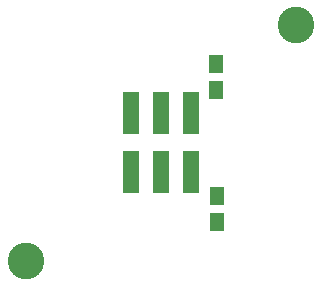
<source format=gbr>
G04 #@! TF.GenerationSoftware,KiCad,Pcbnew,(5.1.4-0-10_14)*
G04 #@! TF.CreationDate,2019-11-01T09:08:41+01:00*
G04 #@! TF.ProjectId,MasterModePushbutton,4d617374-6572-44d6-9f64-655075736862,rev?*
G04 #@! TF.SameCoordinates,Original*
G04 #@! TF.FileFunction,Soldermask,Bot*
G04 #@! TF.FilePolarity,Negative*
%FSLAX46Y46*%
G04 Gerber Fmt 4.6, Leading zero omitted, Abs format (unit mm)*
G04 Created by KiCad (PCBNEW (5.1.4-0-10_14)) date 2019-11-01 09:08:41*
%MOMM*%
%LPD*%
G04 APERTURE LIST*
%ADD10R,1.300000X1.600000*%
%ADD11R,1.400000X3.550000*%
%ADD12C,3.100000*%
G04 APERTURE END LIST*
D10*
X139846480Y-88147480D03*
X139846480Y-90347480D03*
X139946480Y-101547480D03*
X139946480Y-99347480D03*
D11*
X132696480Y-92312480D03*
X132696480Y-97362480D03*
X135236480Y-92312480D03*
X135236480Y-97362480D03*
X137776480Y-92312480D03*
X137776480Y-97362480D03*
D12*
X146646480Y-84837480D03*
X123796480Y-104847480D03*
M02*

</source>
